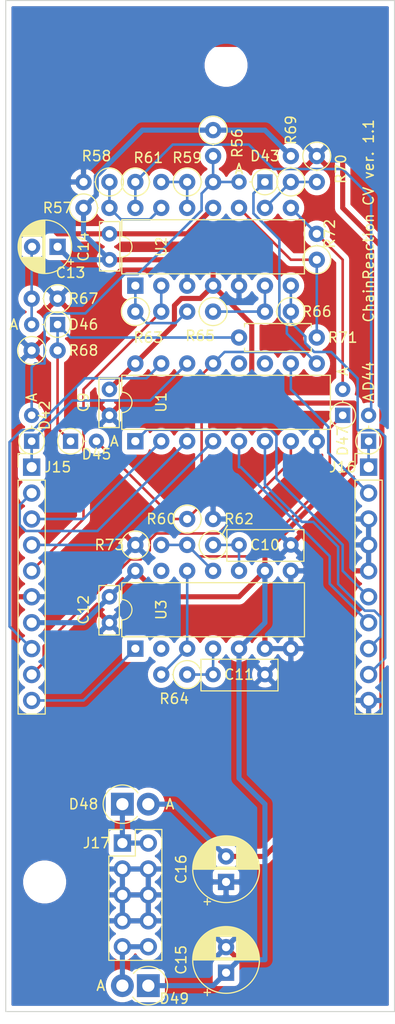
<source format=kicad_pcb>
(kicad_pcb (version 20171130) (host pcbnew "(5.1.8-0-10_14)")
  (layers (0 F.Cu signal) (31 B.Cu signal) (34 B.Paste user) (35 F.Paste user) (36 B.SilkS user) (37 F.SilkS user) (38 B.Mask user) (39 F.Mask user) (44 Edge.Cuts user))
  (net 0 "")
  (net 1 GND)
  (net 2 +12V)
  (net 3 "Net-(C10-Pad2)")
  (net 4 "Net-(C11-Pad2)")
  (net 5 -12V)
  (net 6 /CV_Logic/clock)
  (net 7 "Net-(D42-Pad2)")
  (net 8 /CV_Logic/EoC_in)
  (net 9 /CV_Logic/clock_out)
  (net 10 "Net-(D44-Pad2)")
  (net 11 "Net-(D45-Pad1)")
  (net 12 /CV_Logic/Q0)
  (net 13 /CV_Logic/Q1)
  (net 14 /CV_Logic/Q2)
  (net 15 /CV_Logic/cv)
  (net 16 /CV_Logic/reset)
  (net 17 /CV_Logic/Q3)
  (net 18 /CV_Logic/EoC)
  (net 19 /CV_Logic/cv_out)
  (net 20 /CV_Logic/Q7)
  (net 21 /CV_Logic/Q6)
  (net 22 /CV_Logic/Q5)
  (net 23 /CV_Logic/Q4)
  (net 24 "Net-(R57-Pad2)")
  (net 25 "Net-(R59-Pad1)")
  (net 26 "Net-(R65-Pad1)")
  (net 27 "Net-(U1-Pad11)")
  (net 28 "Net-(U1-Pad12)")
  (net 29 "Net-(U3-Pad2)")
  (net 30 "Net-(U3-Pad13)")
  (net 31 "Net-(C13-Pad2)")
  (net 32 /CV_Logic/Q8)
  (net 33 "Net-(D47-Pad2)")
  (net 34 "Net-(D48-Pad1)")
  (net 35 "Net-(D49-Pad2)")
  (net 36 "Net-(R63-Pad1)")
  (net 37 "Net-(R64-Pad2)")
  (net 38 "Net-(R69-Pad1)")
  (net 39 "Net-(R71-Pad2)")
  (module MountingHole:MountingHole_3.2mm_M3 (layer F.Cu) (at 80.01 137.16)
    (fp_text reference REF** hide)
    (fp_text value MountingHole_3.2mm_M3 hide)
    (pad 1 np_thru_hole circle (at 0 0) (size 3.2 3.2) (drill 3.2) (layers *.Cu *.Mask))
  )
  (module MountingHole:MountingHole_3.2mm_M3 (layer F.Cu) (at 97.79 57.15)
    (fp_text reference REF** hide)
    (fp_text value MountingHole_3.2mm_M3 hide)
    (pad 1 np_thru_hole circle (at 0 0) (size 3.2 3.2) (drill 3.2) (layers *.Cu *.Mask))
  )
  (module Attenuverter:C_Axial_L4.8mm_D2.0mm_P2.54mm_Horizontal (layer F.Cu) (at 86.36 91.44 90)
    (fp_text reference C9 (at 1.27 -2.54 90) (layer F.SilkS))
    (fp_text value 0.1u)
    (pad 1 thru_hole circle (at 0 0 90) (size 1.524 1.524) (drill 0.762) (layers *.Cu *.Mask) (net 1 GND))
    (pad 2 thru_hole circle (at 2.54 0 90) (size 1.524 1.524) (drill 0.762) (layers *.Cu *.Mask) (net 2 +12V))
  )
  (module Attenuverter:C_Axial_L4.8mm_D3.1mm_P5.08mm_Horizontal (layer F.Cu) (at 104.14 104.14 180)
    (fp_text reference C10 (at 2.54 0) (layer F.SilkS))
    (fp_text value 0.1u)
    (pad 1 thru_hole circle (at 0 0 180) (size 1.524 1.524) (drill 0.762) (layers *.Cu *.Mask) (net 1 GND))
    (pad 2 thru_hole circle (at 5.08 0 180) (size 1.524 1.524) (drill 0.762) (layers *.Cu *.Mask) (net 3 "Net-(C10-Pad2)"))
  )
  (module Attenuverter:C_Axial_L4.8mm_D3.1mm_P5.08mm_Horizontal (layer F.Cu) (at 101.6 116.84 180)
    (fp_text reference C11 (at 2.54 0) (layer F.SilkS))
    (fp_text value 0.1u)
    (pad 2 thru_hole circle (at 5.08 0 180) (size 1.524 1.524) (drill 0.762) (layers *.Cu *.Mask) (net 4 "Net-(C11-Pad2)"))
    (pad 1 thru_hole circle (at 0 0 180) (size 1.524 1.524) (drill 0.762) (layers *.Cu *.Mask) (net 1 GND))
  )
  (module Attenuverter:C_Axial_L4.8mm_D2.0mm_P2.54mm_Horizontal (layer F.Cu) (at 86.36 111.76 90)
    (fp_text reference C12 (at 1.27 -2.54 90) (layer F.SilkS))
    (fp_text value 0.1u)
    (pad 1 thru_hole circle (at 0 0 90) (size 1.524 1.524) (drill 0.762) (layers *.Cu *.Mask) (net 1 GND))
    (pad 2 thru_hole circle (at 2.54 0 90) (size 1.524 1.524) (drill 0.762) (layers *.Cu *.Mask) (net 2 +12V))
  )
  (module Attenuverter:C_Axial_L4.8mm_D2.0mm_P2.54mm_Horizontal (layer F.Cu) (at 86.36 73.66 270)
    (fp_text reference C14 (at 1.27 2.54 90) (layer F.SilkS))
    (fp_text value 0.1u)
    (pad 2 thru_hole circle (at 2.54 0 270) (size 1.524 1.524) (drill 0.762) (layers *.Cu *.Mask) (net 2 +12V))
    (pad 1 thru_hole circle (at 0 0 270) (size 1.524 1.524) (drill 0.762) (layers *.Cu *.Mask) (net 5 -12V))
  )
  (module Capacitor_THT:CP_Radial_D6.3mm_P2.50mm (layer F.Cu) (at 97.79 146.05 90)
    (fp_text reference C15 (at 1.25 -4.4 90) (layer F.SilkS))
    (fp_text value CP)
    (pad 1 thru_hole rect (at 0 0 90) (size 1.6 1.6) (drill 0.8) (layers *.Cu *.Mask) (net 2 +12V))
    (pad 2 thru_hole circle (at 2.5 0 90) (size 1.6 1.6) (drill 0.8) (layers *.Cu *.Mask) (net 1 GND))
  )
  (module Capacitor_THT:CP_Radial_D6.3mm_P2.50mm (layer F.Cu) (at 97.79 137.16 90)
    (fp_text reference C16 (at 1.25 -4.4 90) (layer F.SilkS))
    (fp_text value CP)
    (pad 2 thru_hole circle (at 2.5 0 90) (size 1.6 1.6) (drill 0.8) (layers *.Cu *.Mask) (net 5 -12V))
    (pad 1 thru_hole rect (at 0 0 90) (size 1.6 1.6) (drill 0.8) (layers *.Cu *.Mask) (net 1 GND))
  )
  (module Diode_THT:D_DO-34_SOD68_P2.54mm_Vertical_AnodeUp (layer F.Cu) (at 78.74 93.98 90)
    (fp_text reference D42 (at 2.54 1.27 90) (layer F.SilkS))
    (fp_text value D)
    (fp_text user A (at 4.29 0 90) (layer F.SilkS))
    (pad 1 thru_hole rect (at 0 0 90) (size 1.5 1.5) (drill 0.75) (layers *.Cu *.Mask) (net 6 /CV_Logic/clock))
    (pad 2 thru_hole oval (at 2.54 0 90) (size 1.5 1.5) (drill 0.75) (layers *.Cu *.Mask) (net 7 "Net-(D42-Pad2)"))
  )
  (module Diode_THT:D_DO-34_SOD68_P2.54mm_Vertical_AnodeUp (layer F.Cu) (at 101.6 68.58 180)
    (fp_text reference D43 (at 0 2.54) (layer F.SilkS))
    (fp_text value D)
    (fp_text user A (at 2.54 1.27) (layer F.SilkS))
    (pad 2 thru_hole oval (at 2.54 0 180) (size 1.5 1.5) (drill 0.75) (layers *.Cu *.Mask) (net 7 "Net-(D42-Pad2)"))
    (pad 1 thru_hole rect (at 0 0 180) (size 1.5 1.5) (drill 0.75) (layers *.Cu *.Mask) (net 32 /CV_Logic/Q8))
  )
  (module Diode_THT:D_DO-34_SOD68_P2.54mm_Vertical_AnodeUp (layer F.Cu) (at 111.76 93.98 90)
    (fp_text reference D44 (at 6.35 0 90) (layer F.SilkS))
    (fp_text value D)
    (fp_text user A (at 4.29 0 90) (layer F.SilkS))
    (pad 1 thru_hole rect (at 0 0 90) (size 1.5 1.5) (drill 0.75) (layers *.Cu *.Mask) (net 9 /CV_Logic/clock_out))
    (pad 2 thru_hole oval (at 2.54 0 90) (size 1.5 1.5) (drill 0.75) (layers *.Cu *.Mask) (net 10 "Net-(D44-Pad2)"))
  )
  (module Diode_THT:D_DO-15_P2.54mm_Vertical_AnodeUp (layer F.Cu) (at 87.63 129.54)
    (fp_text reference D48 (at -3.81 0) (layer F.SilkS))
    (fp_text value D_Schottky)
    (fp_text user A (at 4.66 0) (layer F.SilkS))
    (pad 1 thru_hole rect (at 0 0) (size 2.24 2.24) (drill 1.2) (layers *.Cu *.Mask) (net 34 "Net-(D48-Pad1)"))
    (pad 2 thru_hole oval (at 2.54 0) (size 2.24 2.24) (drill 1.2) (layers *.Cu *.Mask) (net 5 -12V))
  )
  (module Diode_THT:D_DO-15_P2.54mm_Vertical_AnodeUp (layer F.Cu) (at 90.17 147.32 180)
    (fp_text reference D49 (at -2.54 -1.27) (layer F.SilkS))
    (fp_text value D_Schottky)
    (fp_text user A (at 4.66 0) (layer F.SilkS))
    (pad 2 thru_hole oval (at 2.54 0 180) (size 2.24 2.24) (drill 1.2) (layers *.Cu *.Mask) (net 35 "Net-(D49-Pad2)"))
    (pad 1 thru_hole rect (at 0 0 180) (size 2.24 2.24) (drill 1.2) (layers *.Cu *.Mask) (net 2 +12V))
  )
  (module Connector_PinHeader_2.54mm:PinHeader_1x10_P2.54mm_Vertical (layer F.Cu) (at 78.74 96.52)
    (fp_text reference J15 (at 2.54 0) (layer F.SilkS))
    (fp_text value conn_L)
    (pad 1 thru_hole rect (at 0 0) (size 1.7 1.7) (drill 1) (layers *.Cu *.Mask) (net 6 /CV_Logic/clock))
    (pad 2 thru_hole oval (at 0 2.54) (size 1.7 1.7) (drill 1) (layers *.Cu *.Mask) (net 12 /CV_Logic/Q0))
    (pad 3 thru_hole oval (at 0 5.08) (size 1.7 1.7) (drill 1) (layers *.Cu *.Mask) (net 13 /CV_Logic/Q1))
    (pad 4 thru_hole oval (at 0 7.62) (size 1.7 1.7) (drill 1) (layers *.Cu *.Mask) (net 14 /CV_Logic/Q2))
    (pad 5 thru_hole oval (at 0 10.16) (size 1.7 1.7) (drill 1) (layers *.Cu *.Mask) (net 15 /CV_Logic/cv))
    (pad 6 thru_hole oval (at 0 12.7) (size 1.7 1.7) (drill 1) (layers *.Cu *.Mask) (net 1 GND))
    (pad 7 thru_hole oval (at 0 15.24) (size 1.7 1.7) (drill 1) (layers *.Cu *.Mask) (net 2 +12V))
    (pad 8 thru_hole oval (at 0 17.78) (size 1.7 1.7) (drill 1) (layers *.Cu *.Mask) (net 16 /CV_Logic/reset))
    (pad 9 thru_hole oval (at 0 20.32) (size 1.7 1.7) (drill 1) (layers *.Cu *.Mask) (net 17 /CV_Logic/Q3))
    (pad 10 thru_hole oval (at 0 22.86) (size 1.7 1.7) (drill 1) (layers *.Cu *.Mask) (net 18 /CV_Logic/EoC))
  )
  (module Connector_PinHeader_2.54mm:PinHeader_1x10_P2.54mm_Vertical (layer F.Cu) (at 111.76 96.52)
    (fp_text reference J16 (at -2.54 0) (layer F.SilkS))
    (fp_text value conn_R)
    (pad 10 thru_hole oval (at 0 22.86) (size 1.7 1.7) (drill 1) (layers *.Cu *.Mask) (net 1 GND))
    (pad 9 thru_hole oval (at 0 20.32) (size 1.7 1.7) (drill 1) (layers *.Cu *.Mask) (net 19 /CV_Logic/cv_out))
    (pad 8 thru_hole oval (at 0 17.78) (size 1.7 1.7) (drill 1) (layers *.Cu *.Mask) (net 20 /CV_Logic/Q7))
    (pad 7 thru_hole oval (at 0 15.24) (size 1.7 1.7) (drill 1) (layers *.Cu *.Mask) (net 21 /CV_Logic/Q6))
    (pad 6 thru_hole oval (at 0 12.7) (size 1.7 1.7) (drill 1) (layers *.Cu *.Mask) (net 22 /CV_Logic/Q5))
    (pad 5 thru_hole oval (at 0 10.16) (size 1.7 1.7) (drill 1) (layers *.Cu *.Mask) (net 1 GND))
    (pad 4 thru_hole oval (at 0 7.62) (size 1.7 1.7) (drill 1) (layers *.Cu *.Mask) (net 1 GND))
    (pad 3 thru_hole oval (at 0 5.08) (size 1.7 1.7) (drill 1) (layers *.Cu *.Mask) (net 1 GND))
    (pad 2 thru_hole oval (at 0 2.54) (size 1.7 1.7) (drill 1) (layers *.Cu *.Mask) (net 23 /CV_Logic/Q4))
    (pad 1 thru_hole rect (at 0 0) (size 1.7 1.7) (drill 1) (layers *.Cu *.Mask) (net 9 /CV_Logic/clock_out))
  )
  (module Connector_PinHeader_2.54mm:PinHeader_2x05_P2.54mm_Vertical (layer F.Cu) (at 87.63 133.35)
    (fp_text reference J17 (at -2.54 0) (layer F.SilkS))
    (fp_text value power_bus)
    (pad 1 thru_hole rect (at 0 0) (size 1.7 1.7) (drill 1) (layers *.Cu *.Mask) (net 34 "Net-(D48-Pad1)"))
    (pad 2 thru_hole oval (at 2.54 0) (size 1.7 1.7) (drill 1) (layers *.Cu *.Mask) (net 34 "Net-(D48-Pad1)"))
    (pad 3 thru_hole oval (at 0 2.54) (size 1.7 1.7) (drill 1) (layers *.Cu *.Mask) (net 1 GND))
    (pad 4 thru_hole oval (at 2.54 2.54) (size 1.7 1.7) (drill 1) (layers *.Cu *.Mask) (net 1 GND))
    (pad 5 thru_hole oval (at 0 5.08) (size 1.7 1.7) (drill 1) (layers *.Cu *.Mask) (net 1 GND))
    (pad 6 thru_hole oval (at 2.54 5.08) (size 1.7 1.7) (drill 1) (layers *.Cu *.Mask) (net 1 GND))
    (pad 7 thru_hole oval (at 0 7.62) (size 1.7 1.7) (drill 1) (layers *.Cu *.Mask) (net 1 GND))
    (pad 8 thru_hole oval (at 2.54 7.62) (size 1.7 1.7) (drill 1) (layers *.Cu *.Mask) (net 1 GND))
    (pad 9 thru_hole oval (at 0 10.16) (size 1.7 1.7) (drill 1) (layers *.Cu *.Mask) (net 35 "Net-(D49-Pad2)"))
    (pad 10 thru_hole oval (at 2.54 10.16) (size 1.7 1.7) (drill 1) (layers *.Cu *.Mask) (net 35 "Net-(D49-Pad2)"))
  )
  (module Resistor_THT:R_Axial_DIN0207_L6.3mm_D2.5mm_P2.54mm_Vertical (layer F.Cu) (at 96.52 63.5 270)
    (fp_text reference R56 (at 1.27 -2.37 90) (layer F.SilkS))
    (fp_text value 100k)
    (pad 1 thru_hole circle (at 0 0 270) (size 1.6 1.6) (drill 0.8) (layers *.Cu *.Mask) (net 2 +12V))
    (pad 2 thru_hole oval (at 2.54 0 270) (size 1.6 1.6) (drill 0.8) (layers *.Cu *.Mask) (net 7 "Net-(D42-Pad2)"))
  )
  (module Resistor_THT:R_Axial_DIN0207_L6.3mm_D2.5mm_P2.54mm_Vertical (layer F.Cu) (at 83.82 71.12)
    (fp_text reference R57 (at -2.54 0) (layer F.SilkS))
    (fp_text value 100k)
    (pad 2 thru_hole oval (at 2.54 0) (size 1.6 1.6) (drill 0.8) (layers *.Cu *.Mask) (net 24 "Net-(R57-Pad2)"))
    (pad 1 thru_hole circle (at 0 0) (size 1.6 1.6) (drill 0.8) (layers *.Cu *.Mask) (net 2 +12V))
  )
  (module Resistor_THT:R_Axial_DIN0207_L6.3mm_D2.5mm_P2.54mm_Vertical (layer F.Cu) (at 86.36 68.58 180)
    (fp_text reference R58 (at 1.27 2.54) (layer F.SilkS))
    (fp_text value 100k)
    (pad 1 thru_hole circle (at 0 0 180) (size 1.6 1.6) (drill 0.8) (layers *.Cu *.Mask) (net 24 "Net-(R57-Pad2)"))
    (pad 2 thru_hole oval (at 2.54 0 180) (size 1.6 1.6) (drill 0.8) (layers *.Cu *.Mask) (net 1 GND))
  )
  (module Resistor_THT:R_Axial_DIN0207_L6.3mm_D2.5mm_P2.54mm_Vertical (layer F.Cu) (at 93.98 68.58)
    (fp_text reference R59 (at 0 -2.37) (layer F.SilkS))
    (fp_text value 10k)
    (pad 2 thru_hole oval (at 2.54 0) (size 1.6 1.6) (drill 0.8) (layers *.Cu *.Mask) (net 7 "Net-(D42-Pad2)"))
    (pad 1 thru_hole circle (at 0 0) (size 1.6 1.6) (drill 0.8) (layers *.Cu *.Mask) (net 25 "Net-(R59-Pad1)"))
  )
  (module Resistor_THT:R_Axial_DIN0207_L6.3mm_D2.5mm_P2.54mm_Vertical (layer F.Cu) (at 93.98 101.6)
    (fp_text reference R60 (at -2.54 0) (layer F.SilkS))
    (fp_text value 100k)
    (pad 2 thru_hole oval (at 2.54 0) (size 1.6 1.6) (drill 0.8) (layers *.Cu *.Mask) (net 1 GND))
    (pad 1 thru_hole circle (at 0 0) (size 1.6 1.6) (drill 0.8) (layers *.Cu *.Mask) (net 32 /CV_Logic/Q8))
  )
  (module Resistor_THT:R_Axial_DIN0207_L6.3mm_D2.5mm_P2.54mm_Vertical (layer F.Cu) (at 88.9 68.58)
    (fp_text reference R61 (at 1.27 -2.37) (layer F.SilkS))
    (fp_text value 1M)
    (pad 1 thru_hole circle (at 0 0) (size 1.6 1.6) (drill 0.8) (layers *.Cu *.Mask) (net 10 "Net-(D44-Pad2)"))
    (pad 2 thru_hole oval (at 2.54 0) (size 1.6 1.6) (drill 0.8) (layers *.Cu *.Mask) (net 25 "Net-(R59-Pad1)"))
  )
  (module Resistor_THT:R_Axial_DIN0207_L6.3mm_D2.5mm_P2.54mm_Vertical (layer F.Cu) (at 96.52 104.14 180)
    (fp_text reference R62 (at -2.54 2.54) (layer F.SilkS))
    (fp_text value 100k)
    (pad 1 thru_hole circle (at 0 0 180) (size 1.6 1.6) (drill 0.8) (layers *.Cu *.Mask) (net 3 "Net-(C10-Pad2)"))
    (pad 2 thru_hole oval (at 2.54 0 180) (size 1.6 1.6) (drill 0.8) (layers *.Cu *.Mask) (net 8 /CV_Logic/EoC_in))
  )
  (module Resistor_THT:R_Axial_DIN0207_L6.3mm_D2.5mm_P2.54mm_Vertical (layer F.Cu) (at 93.98 116.84 180)
    (fp_text reference R64 (at 1.27 -2.37) (layer F.SilkS))
    (fp_text value 10k)
    (pad 2 thru_hole oval (at 2.54 0 180) (size 1.6 1.6) (drill 0.8) (layers *.Cu *.Mask) (net 37 "Net-(R64-Pad2)"))
    (pad 1 thru_hole circle (at 0 0 180) (size 1.6 1.6) (drill 0.8) (layers *.Cu *.Mask) (net 4 "Net-(C11-Pad2)"))
  )
  (module Resistor_THT:R_Axial_DIN0207_L6.3mm_D2.5mm_P2.54mm_Vertical (layer F.Cu) (at 88.9 81.28)
    (fp_text reference R63 (at 1.27 2.54) (layer F.SilkS))
    (fp_text value 100k)
    (pad 1 thru_hole circle (at 0 0) (size 1.6 1.6) (drill 0.8) (layers *.Cu *.Mask) (net 36 "Net-(R63-Pad1)"))
    (pad 2 thru_hole oval (at 2.54 0) (size 1.6 1.6) (drill 0.8) (layers *.Cu *.Mask) (net 15 /CV_Logic/cv))
  )
  (module Resistor_THT:R_Axial_DIN0207_L6.3mm_D2.5mm_P2.54mm_Vertical (layer F.Cu) (at 96.52 81.28 180)
    (fp_text reference R65 (at 1.27 -2.37) (layer F.SilkS))
    (fp_text value 100k)
    (pad 2 thru_hole oval (at 2.54 0 180) (size 1.6 1.6) (drill 0.8) (layers *.Cu *.Mask) (net 36 "Net-(R63-Pad1)"))
    (pad 1 thru_hole circle (at 0 0 180) (size 1.6 1.6) (drill 0.8) (layers *.Cu *.Mask) (net 26 "Net-(R65-Pad1)"))
  )
  (module Resistor_THT:R_Axial_DIN0207_L6.3mm_D2.5mm_P2.54mm_Vertical (layer F.Cu) (at 104.14 81.28 180)
    (fp_text reference R66 (at -2.54 0) (layer F.SilkS))
    (fp_text value 100k)
    (pad 1 thru_hole circle (at 0 0 180) (size 1.6 1.6) (drill 0.8) (layers *.Cu *.Mask) (net 19 /CV_Logic/cv_out))
    (pad 2 thru_hole oval (at 2.54 0 180) (size 1.6 1.6) (drill 0.8) (layers *.Cu *.Mask) (net 26 "Net-(R65-Pad1)"))
  )
  (module Package_DIP:DIP-16_W7.62mm (layer F.Cu) (at 88.9 93.98 90)
    (fp_text reference U1 (at 3.81 2.54 90) (layer F.SilkS))
    (fp_text value 4017)
    (pad 1 thru_hole rect (at 0 0 90) (size 1.6 1.6) (drill 0.8) (layers *.Cu *.Mask) (net 22 /CV_Logic/Q5))
    (pad 9 thru_hole oval (at 7.62 17.78 90) (size 1.6 1.6) (drill 0.8) (layers *.Cu *.Mask) (net 32 /CV_Logic/Q8))
    (pad 2 thru_hole oval (at 0 2.54 90) (size 1.6 1.6) (drill 0.8) (layers *.Cu *.Mask) (net 13 /CV_Logic/Q1))
    (pad 10 thru_hole oval (at 7.62 15.24 90) (size 1.6 1.6) (drill 0.8) (layers *.Cu *.Mask) (net 23 /CV_Logic/Q4))
    (pad 3 thru_hole oval (at 0 5.08 90) (size 1.6 1.6) (drill 0.8) (layers *.Cu *.Mask) (net 12 /CV_Logic/Q0))
    (pad 11 thru_hole oval (at 7.62 12.7 90) (size 1.6 1.6) (drill 0.8) (layers *.Cu *.Mask) (net 27 "Net-(U1-Pad11)"))
    (pad 4 thru_hole oval (at 0 7.62 90) (size 1.6 1.6) (drill 0.8) (layers *.Cu *.Mask) (net 14 /CV_Logic/Q2))
    (pad 12 thru_hole oval (at 7.62 10.16 90) (size 1.6 1.6) (drill 0.8) (layers *.Cu *.Mask) (net 28 "Net-(U1-Pad12)"))
    (pad 5 thru_hole oval (at 0 10.16 90) (size 1.6 1.6) (drill 0.8) (layers *.Cu *.Mask) (net 21 /CV_Logic/Q6))
    (pad 13 thru_hole oval (at 7.62 7.62 90) (size 1.6 1.6) (drill 0.8) (layers *.Cu *.Mask) (net 32 /CV_Logic/Q8))
    (pad 6 thru_hole oval (at 0 12.7 90) (size 1.6 1.6) (drill 0.8) (layers *.Cu *.Mask) (net 20 /CV_Logic/Q7))
    (pad 14 thru_hole oval (at 7.62 5.08 90) (size 1.6 1.6) (drill 0.8) (layers *.Cu *.Mask) (net 6 /CV_Logic/clock))
    (pad 7 thru_hole oval (at 0 15.24 90) (size 1.6 1.6) (drill 0.8) (layers *.Cu *.Mask) (net 17 /CV_Logic/Q3))
    (pad 15 thru_hole oval (at 7.62 2.54 90) (size 1.6 1.6) (drill 0.8) (layers *.Cu *.Mask) (net 16 /CV_Logic/reset))
    (pad 8 thru_hole oval (at 0 17.78 90) (size 1.6 1.6) (drill 0.8) (layers *.Cu *.Mask) (net 1 GND))
    (pad 16 thru_hole oval (at 7.62 0 90) (size 1.6 1.6) (drill 0.8) (layers *.Cu *.Mask) (net 2 +12V))
  )
  (module Package_DIP:DIP-14_W7.62mm (layer F.Cu) (at 88.9 78.74 90)
    (fp_text reference U2 (at 3.81 2.54 90) (layer F.SilkS))
    (fp_text value TL074)
    (pad 14 thru_hole oval (at 7.62 0 90) (size 1.6 1.6) (drill 0.8) (layers *.Cu *.Mask) (net 10 "Net-(D44-Pad2)"))
    (pad 7 thru_hole oval (at 0 15.24 90) (size 1.6 1.6) (drill 0.8) (layers *.Cu *.Mask) (net 19 /CV_Logic/cv_out))
    (pad 13 thru_hole oval (at 7.62 2.54 90) (size 1.6 1.6) (drill 0.8) (layers *.Cu *.Mask) (net 24 "Net-(R57-Pad2)"))
    (pad 6 thru_hole oval (at 0 12.7 90) (size 1.6 1.6) (drill 0.8) (layers *.Cu *.Mask) (net 26 "Net-(R65-Pad1)"))
    (pad 12 thru_hole oval (at 7.62 5.08 90) (size 1.6 1.6) (drill 0.8) (layers *.Cu *.Mask) (net 25 "Net-(R59-Pad1)"))
    (pad 5 thru_hole oval (at 0 10.16 90) (size 1.6 1.6) (drill 0.8) (layers *.Cu *.Mask) (net 1 GND))
    (pad 11 thru_hole oval (at 7.62 7.62 90) (size 1.6 1.6) (drill 0.8) (layers *.Cu *.Mask) (net 5 -12V))
    (pad 4 thru_hole oval (at 0 7.62 90) (size 1.6 1.6) (drill 0.8) (layers *.Cu *.Mask) (net 2 +12V))
    (pad 10 thru_hole oval (at 7.62 10.16 90) (size 1.6 1.6) (drill 0.8) (layers *.Cu *.Mask) (net 39 "Net-(R71-Pad2)"))
    (pad 3 thru_hole oval (at 0 5.08 90) (size 1.6 1.6) (drill 0.8) (layers *.Cu *.Mask) (net 1 GND))
    (pad 9 thru_hole oval (at 7.62 12.7 90) (size 1.6 1.6) (drill 0.8) (layers *.Cu *.Mask) (net 38 "Net-(R69-Pad1)"))
    (pad 2 thru_hole oval (at 0 2.54 90) (size 1.6 1.6) (drill 0.8) (layers *.Cu *.Mask) (net 15 /CV_Logic/cv))
    (pad 8 thru_hole oval (at 7.62 15.24 90) (size 1.6 1.6) (drill 0.8) (layers *.Cu *.Mask) (net 33 "Net-(D47-Pad2)"))
    (pad 1 thru_hole rect (at 0 0 90) (size 1.6 1.6) (drill 0.8) (layers *.Cu *.Mask) (net 36 "Net-(R63-Pad1)"))
  )
  (module Package_DIP:DIP-14_W7.62mm (layer F.Cu) (at 88.9 114.3 90)
    (fp_text reference U3 (at 3.81 2.54 90) (layer F.SilkS))
    (fp_text value 4013)
    (pad 1 thru_hole rect (at 0 0 90) (size 1.6 1.6) (drill 0.8) (layers *.Cu *.Mask) (net 18 /CV_Logic/EoC))
    (pad 8 thru_hole oval (at 7.62 15.24 90) (size 1.6 1.6) (drill 0.8) (layers *.Cu *.Mask) (net 1 GND))
    (pad 2 thru_hole oval (at 0 2.54 90) (size 1.6 1.6) (drill 0.8) (layers *.Cu *.Mask) (net 29 "Net-(U3-Pad2)"))
    (pad 9 thru_hole oval (at 7.62 12.7 90) (size 1.6 1.6) (drill 0.8) (layers *.Cu *.Mask) (net 2 +12V))
    (pad 3 thru_hole oval (at 0 5.08 90) (size 1.6 1.6) (drill 0.8) (layers *.Cu *.Mask) (net 37 "Net-(R64-Pad2)"))
    (pad 10 thru_hole oval (at 7.62 10.16 90) (size 1.6 1.6) (drill 0.8) (layers *.Cu *.Mask) (net 3 "Net-(C10-Pad2)"))
    (pad 4 thru_hole oval (at 0 7.62 90) (size 1.6 1.6) (drill 0.8) (layers *.Cu *.Mask) (net 4 "Net-(C11-Pad2)"))
    (pad 11 thru_hole oval (at 7.62 7.62 90) (size 1.6 1.6) (drill 0.8) (layers *.Cu *.Mask) (net 8 /CV_Logic/EoC_in))
    (pad 5 thru_hole oval (at 0 10.16 90) (size 1.6 1.6) (drill 0.8) (layers *.Cu *.Mask) (net 2 +12V))
    (pad 12 thru_hole oval (at 7.62 5.08 90) (size 1.6 1.6) (drill 0.8) (layers *.Cu *.Mask) (net 37 "Net-(R64-Pad2)"))
    (pad 6 thru_hole oval (at 0 12.7 90) (size 1.6 1.6) (drill 0.8) (layers *.Cu *.Mask) (net 1 GND))
    (pad 13 thru_hole oval (at 7.62 2.54 90) (size 1.6 1.6) (drill 0.8) (layers *.Cu *.Mask) (net 30 "Net-(U3-Pad13)"))
    (pad 7 thru_hole oval (at 0 15.24 90) (size 1.6 1.6) (drill 0.8) (layers *.Cu *.Mask) (net 1 GND))
    (pad 14 thru_hole oval (at 7.62 0 90) (size 1.6 1.6) (drill 0.8) (layers *.Cu *.Mask) (net 2 +12V))
  )
  (module Resistor_THT:R_Axial_DIN0207_L6.3mm_D2.5mm_P2.54mm_Vertical (layer F.Cu) (at 88.9 104.14)
    (fp_text reference R73 (at -2.54 0) (layer F.SilkS))
    (fp_text value 100k)
    (pad 2 thru_hole oval (at 2.54 0) (size 1.6 1.6) (drill 0.8) (layers *.Cu *.Mask) (net 8 /CV_Logic/EoC_in))
    (pad 1 thru_hole circle (at 0 0) (size 1.6 1.6) (drill 0.8) (layers *.Cu *.Mask) (net 1 GND))
  )
  (module Resistor_THT:R_Axial_DIN0207_L6.3mm_D2.5mm_P2.54mm_Vertical (layer F.Cu) (at 78.74 85.09)
    (fp_text reference R68 (at 5.08 0) (layer F.SilkS))
    (fp_text value 100k)
    (pad 1 thru_hole circle (at 0 0) (size 1.6 1.6) (drill 0.8) (layers *.Cu *.Mask) (net 1 GND))
    (pad 2 thru_hole oval (at 2.54 0) (size 1.6 1.6) (drill 0.8) (layers *.Cu *.Mask) (net 11 "Net-(D45-Pad1)"))
  )
  (module Capacitor_THT:CP_Radial_D5.0mm_P2.50mm (layer F.Cu) (at 81.28 74.93 180)
    (fp_text reference C13 (at -1.27 -2.54) (layer F.SilkS))
    (fp_text value 1u)
    (pad 1 thru_hole rect (at 0 0 180) (size 1.6 1.6) (drill 0.8) (layers *.Cu *.Mask) (net 2 +12V))
    (pad 2 thru_hole circle (at 2.5 0 180) (size 1.6 1.6) (drill 0.8) (layers *.Cu *.Mask) (net 31 "Net-(C13-Pad2)"))
  )
  (module Diode_THT:D_DO-34_SOD68_P2.54mm_Vertical_AnodeUp (layer F.Cu) (at 82.55 93.98)
    (fp_text reference D45 (at 2.54 1.27) (layer F.SilkS))
    (fp_text value D)
    (fp_text user A (at 4.29 0) (layer F.SilkS))
    (pad 1 thru_hole rect (at 0 0) (size 1.5 1.5) (drill 0.75) (layers *.Cu *.Mask) (net 11 "Net-(D45-Pad1)"))
    (pad 2 thru_hole oval (at 2.54 0) (size 1.5 1.5) (drill 0.75) (layers *.Cu *.Mask) (net 32 /CV_Logic/Q8))
  )
  (module Diode_THT:D_DO-34_SOD68_P2.54mm_Vertical_AnodeUp (layer F.Cu) (at 81.28 82.55 180)
    (fp_text reference D46 (at -2.54 0) (layer F.SilkS))
    (fp_text value D)
    (fp_text user A (at 4.29 0) (layer F.SilkS))
    (pad 2 thru_hole oval (at 2.54 0 180) (size 1.5 1.5) (drill 0.75) (layers *.Cu *.Mask) (net 31 "Net-(C13-Pad2)"))
    (pad 1 thru_hole rect (at 0 0 180) (size 1.5 1.5) (drill 0.75) (layers *.Cu *.Mask) (net 11 "Net-(D45-Pad1)"))
  )
  (module Diode_THT:D_DO-34_SOD68_P2.54mm_Vertical_AnodeUp (layer F.Cu) (at 109.22 91.44 90)
    (fp_text reference D47 (at -2.54 0 90) (layer F.SilkS))
    (fp_text value D)
    (fp_text user A (at 4.29 0 90) (layer F.SilkS))
    (pad 1 thru_hole rect (at 0 0 90) (size 1.5 1.5) (drill 0.75) (layers *.Cu *.Mask) (net 8 /CV_Logic/EoC_in))
    (pad 2 thru_hole oval (at 2.54 0 90) (size 1.5 1.5) (drill 0.75) (layers *.Cu *.Mask) (net 33 "Net-(D47-Pad2)"))
  )
  (module Resistor_THT:R_Axial_DIN0207_L6.3mm_D2.5mm_P2.54mm_Vertical (layer F.Cu) (at 81.28 80.01 180)
    (fp_text reference R67 (at -2.54 0) (layer F.SilkS))
    (fp_text value 100k)
    (pad 1 thru_hole circle (at 0 0 180) (size 1.6 1.6) (drill 0.8) (layers *.Cu *.Mask) (net 1 GND))
    (pad 2 thru_hole oval (at 2.54 0 180) (size 1.6 1.6) (drill 0.8) (layers *.Cu *.Mask) (net 31 "Net-(C13-Pad2)"))
  )
  (module Resistor_THT:R_Axial_DIN0207_L6.3mm_D2.5mm_P2.54mm_Vertical (layer F.Cu) (at 104.14 68.58 90)
    (fp_text reference R69 (at 5.08 0 90) (layer F.SilkS))
    (fp_text value 100k)
    (pad 2 thru_hole oval (at 2.54 0 90) (size 1.6 1.6) (drill 0.8) (layers *.Cu *.Mask) (net 2 +12V))
    (pad 1 thru_hole circle (at 0 0 90) (size 1.6 1.6) (drill 0.8) (layers *.Cu *.Mask) (net 38 "Net-(R69-Pad1)"))
  )
  (module Resistor_THT:R_Axial_DIN0207_L6.3mm_D2.5mm_P2.54mm_Vertical (layer F.Cu) (at 106.68 66.04 270)
    (fp_text reference R70 (at 1.27 -2.37 90) (layer F.SilkS))
    (fp_text value 100k)
    (pad 1 thru_hole circle (at 0 0 270) (size 1.6 1.6) (drill 0.8) (layers *.Cu *.Mask) (net 1 GND))
    (pad 2 thru_hole oval (at 2.54 0 270) (size 1.6 1.6) (drill 0.8) (layers *.Cu *.Mask) (net 38 "Net-(R69-Pad1)"))
  )
  (module Resistor_THT:R_Axial_DIN0207_L6.3mm_D2.5mm_P2.54mm_Vertical (layer F.Cu) (at 106.68 76.2 90)
    (fp_text reference R72 (at 2.54 1.27 90) (layer F.SilkS))
    (fp_text value 1M)
    (pad 1 thru_hole circle (at 0 0 90) (size 1.6 1.6) (drill 0.8) (layers *.Cu *.Mask) (net 39 "Net-(R71-Pad2)"))
    (pad 2 thru_hole oval (at 2.54 0 90) (size 1.6 1.6) (drill 0.8) (layers *.Cu *.Mask) (net 33 "Net-(D47-Pad2)"))
  )
  (module Resistor_THT:R_Axial_DIN0207_L6.3mm_D2.5mm_P7.62mm_Horizontal (layer F.Cu) (at 99.06 83.82)
    (fp_text reference R71 (at 10.16 0) (layer F.SilkS))
    (fp_text value 10k)
    (pad 1 thru_hole circle (at 0 0) (size 1.6 1.6) (drill 0.8) (layers *.Cu *.Mask) (net 11 "Net-(D45-Pad1)"))
    (pad 2 thru_hole oval (at 7.62 0) (size 1.6 1.6) (drill 0.8) (layers *.Cu *.Mask) (net 39 "Net-(R71-Pad2)"))
  )
  (gr_line (start 97.409 103.124) (end 97.917 102.235) (layer F.SilkS) (width 0.15))
  (gr_text "ChainReaction CV ver. 1.1" (at 111.76 72.39 90) (layer F.SilkS) (effects (font (size 1 1))))
  (gr_line (start 114.3 50.8) (end 76.2 50.8) (layer Edge.Cuts) (width 0.1))
  (gr_line (start 114.3 149.86) (end 114.3 50.8) (layer Edge.Cuts) (width 0.1))
  (gr_line (start 76.2 149.86) (end 114.3 149.86) (layer Edge.Cuts) (width 0.1))
  (gr_line (start 76.2 50.8) (end 76.2 149.86) (layer Edge.Cuts) (width 0.1))
  (segment (start 96.52 147.32) (end 97.79 146.05) (width 0.5) (layer B.Cu) (net 2))
  (segment (start 90.17 147.32) (end 96.52 147.32) (width 0.5) (layer B.Cu) (net 2))
  (segment (start 86.36 109.22) (end 88.9 106.68) (width 0.5) (layer B.Cu) (net 2))
  (segment (start 86.36 109.22) (end 83.82 111.76) (width 0.5) (layer B.Cu) (net 2))
  (segment (start 83.82 111.76) (end 78.74 111.76) (width 0.5) (layer B.Cu) (net 2))
  (segment (start 101.6 106.68) (end 101.6 111.76) (width 0.5) (layer B.Cu) (net 2))
  (segment (start 101.6 111.76) (end 99.06 114.3) (width 0.5) (layer B.Cu) (net 2))
  (segment (start 99.06 114.3) (end 99.06 127) (width 0.5) (layer B.Cu) (net 2))
  (segment (start 99.06 127) (end 101.6 129.54) (width 0.5) (layer B.Cu) (net 2))
  (segment (start 101.6 129.54) (end 101.6 144.78) (width 0.5) (layer B.Cu) (net 2))
  (segment (start 99.06 144.78) (end 97.79 146.05) (width 0.5) (layer B.Cu) (net 2))
  (segment (start 101.6 144.78) (end 99.06 144.78) (width 0.5) (layer B.Cu) (net 2))
  (segment (start 86.36 88.9) (end 88.9 86.36) (width 0.5) (layer F.Cu) (net 2))
  (segment (start 83.82 73.66) (end 86.36 76.2) (width 0.5) (layer B.Cu) (net 2))
  (segment (start 83.82 71.12) (end 83.82 73.66) (width 0.5) (layer B.Cu) (net 2))
  (segment (start 89.589998 63.5) (end 96.52 63.5) (width 0.5) (layer B.Cu) (net 2))
  (segment (start 85.070001 68.019997) (end 89.589998 63.5) (width 0.5) (layer B.Cu) (net 2))
  (segment (start 85.070001 69.869999) (end 85.070001 68.019997) (width 0.5) (layer B.Cu) (net 2))
  (segment (start 83.82 71.12) (end 85.070001 69.869999) (width 0.5) (layer B.Cu) (net 2))
  (segment (start 92.729999 82.530001) (end 88.9 86.36) (width 0.5) (layer F.Cu) (net 2))
  (segment (start 92.729999 80.679999) (end 92.729999 82.530001) (width 0.5) (layer F.Cu) (net 2))
  (segment (start 93.419997 79.990001) (end 92.729999 80.679999) (width 0.5) (layer F.Cu) (net 2))
  (segment (start 95.269999 79.990001) (end 93.419997 79.990001) (width 0.5) (layer F.Cu) (net 2))
  (segment (start 96.52 78.74) (end 95.269999 79.990001) (width 0.5) (layer F.Cu) (net 2))
  (segment (start 88.9 106.68) (end 91.44 109.22) (width 0.5) (layer F.Cu) (net 2))
  (segment (start 91.44 109.22) (end 99.06 109.22) (width 0.5) (layer F.Cu) (net 2))
  (segment (start 99.06 109.22) (end 101.6 106.68) (width 0.5) (layer F.Cu) (net 2))
  (segment (start 96.52 76.2) (end 96.52 78.74) (width 0.5) (layer F.Cu) (net 2))
  (segment (start 86.36 76.2) (end 96.52 76.2) (width 0.5) (layer F.Cu) (net 2))
  (segment (start 101.6 63.5) (end 104.14 66.04) (width 0.5) (layer B.Cu) (net 2))
  (segment (start 96.52 63.5) (end 101.6 63.5) (width 0.5) (layer B.Cu) (net 2))
  (segment (start 101.6 104.886238) (end 101.6 106.68) (width 0.5) (layer F.Cu) (net 2))
  (segment (start 102.250001 90.239999) (end 110.330001 90.239999) (width 0.5) (layer F.Cu) (net 2))
  (segment (start 100.310001 88.299999) (end 102.250001 90.239999) (width 0.5) (layer F.Cu) (net 2))
  (segment (start 110.330001 90.239999) (end 110.420001 90.329999) (width 0.5) (layer F.Cu) (net 2))
  (segment (start 100.310001 82.530001) (end 100.310001 88.299999) (width 0.5) (layer F.Cu) (net 2))
  (segment (start 110.420001 96.066237) (end 101.6 104.886238) (width 0.5) (layer F.Cu) (net 2))
  (segment (start 110.420001 90.329999) (end 110.420001 96.066237) (width 0.5) (layer F.Cu) (net 2))
  (segment (start 96.52 78.74) (end 100.310001 82.530001) (width 0.5) (layer F.Cu) (net 2))
  (segment (start 82.55 76.2) (end 81.28 74.93) (width 0.5) (layer B.Cu) (net 2))
  (segment (start 86.36 76.2) (end 82.55 76.2) (width 0.5) (layer B.Cu) (net 2))
  (segment (start 96.52 104.14) (end 99.06 104.14) (width 0.25) (layer B.Cu) (net 3))
  (segment (start 99.06 104.14) (end 99.06 106.68) (width 0.25) (layer B.Cu) (net 3))
  (segment (start 93.98 116.84) (end 96.52 116.84) (width 0.25) (layer B.Cu) (net 4))
  (segment (start 96.52 116.84) (end 96.52 114.3) (width 0.25) (layer B.Cu) (net 4))
  (segment (start 92.67 129.54) (end 97.79 134.66) (width 0.5) (layer B.Cu) (net 5))
  (segment (start 90.17 129.54) (end 92.67 129.54) (width 0.5) (layer B.Cu) (net 5))
  (segment (start 93.98 73.66) (end 96.52 71.12) (width 0.5) (layer F.Cu) (net 5))
  (segment (start 86.36 73.66) (end 93.98 73.66) (width 0.5) (layer F.Cu) (net 5))
  (segment (start 86.36 73.66) (end 81.28 73.66) (width 0.5) (layer F.Cu) (net 5))
  (segment (start 109.22 127) (end 101.56 134.66) (width 0.5) (layer F.Cu) (net 5))
  (segment (start 101.56 134.66) (end 97.79 134.66) (width 0.5) (layer F.Cu) (net 5))
  (segment (start 81.28 73.66) (end 78.74 71.12) (width 0.5) (layer F.Cu) (net 5))
  (segment (start 109.22 60.96) (end 109.22 71.12) (width 0.5) (layer F.Cu) (net 5))
  (segment (start 103.359999 55.099999) (end 109.22 60.96) (width 0.5) (layer F.Cu) (net 5))
  (segment (start 89.680001 55.099999) (end 103.359999 55.099999) (width 0.5) (layer F.Cu) (net 5))
  (segment (start 78.74 66.04) (end 89.680001 55.099999) (width 0.5) (layer F.Cu) (net 5))
  (segment (start 78.74 71.12) (end 78.74 66.04) (width 0.5) (layer F.Cu) (net 5))
  (segment (start 113.060001 123.159999) (end 109.22 127) (width 0.5) (layer F.Cu) (net 5))
  (segment (start 113.060001 74.960001) (end 113.060001 123.159999) (width 0.5) (layer F.Cu) (net 5))
  (segment (start 109.22 71.12) (end 113.060001 74.960001) (width 0.5) (layer F.Cu) (net 5))
  (segment (start 78.74 93.98) (end 78.74 96.52) (width 0.25) (layer B.Cu) (net 6))
  (segment (start 90.352999 89.987001) (end 82.732999 89.987001) (width 0.25) (layer B.Cu) (net 6))
  (segment (start 93.98 86.36) (end 90.352999 89.987001) (width 0.25) (layer B.Cu) (net 6))
  (segment (start 82.732999 89.987001) (end 78.74 93.98) (width 0.25) (layer B.Cu) (net 6))
  (segment (start 96.52 66.04) (end 96.52 68.58) (width 0.25) (layer B.Cu) (net 7))
  (segment (start 96.52 68.58) (end 99.06 68.58) (width 0.25) (layer B.Cu) (net 7))
  (segment (start 78.74 86.714998) (end 78.74 91.44) (width 0.25) (layer B.Cu) (net 7))
  (segment (start 89.150003 77.614999) (end 87.839999 77.614999) (width 0.25) (layer B.Cu) (net 7))
  (segment (start 95.394999 71.370003) (end 89.150003 77.614999) (width 0.25) (layer B.Cu) (net 7))
  (segment (start 95.394999 69.705001) (end 95.394999 71.370003) (width 0.25) (layer B.Cu) (net 7))
  (segment (start 96.52 68.58) (end 95.394999 69.705001) (width 0.25) (layer B.Cu) (net 7))
  (segment (start 87.839999 77.614999) (end 83.997499 81.457499) (width 0.25) (layer B.Cu) (net 7))
  (segment (start 80.287499 81.457499) (end 80.01 81.734998) (width 0.25) (layer B.Cu) (net 7))
  (segment (start 83.997499 81.457499) (end 80.287499 81.457499) (width 0.25) (layer B.Cu) (net 7))
  (segment (start 80.01 81.734998) (end 80.01 86.36) (width 0.25) (layer B.Cu) (net 7))
  (segment (start 79.094998 86.36) (end 78.74 86.714998) (width 0.25) (layer B.Cu) (net 7))
  (segment (start 80.01 86.36) (end 79.094998 86.36) (width 0.25) (layer B.Cu) (net 7))
  (segment (start 96.52 106.68) (end 93.98 104.14) (width 0.25) (layer B.Cu) (net 8))
  (segment (start 91.44 104.14) (end 93.98 104.14) (width 0.25) (layer B.Cu) (net 8))
  (segment (start 95.105001 105.265001) (end 100.408051 105.265001) (width 0.25) (layer F.Cu) (net 8))
  (segment (start 100.408051 105.265001) (end 107.95 97.723052) (width 0.25) (layer F.Cu) (net 8))
  (segment (start 93.98 104.14) (end 95.105001 105.265001) (width 0.25) (layer F.Cu) (net 8))
  (segment (start 107.95 92.71) (end 109.22 91.44) (width 0.25) (layer F.Cu) (net 8))
  (segment (start 107.95 97.723052) (end 107.95 92.71) (width 0.25) (layer F.Cu) (net 8))
  (segment (start 111.76 93.98) (end 111.76 96.52) (width 0.25) (layer B.Cu) (net 9))
  (segment (start 88.9 71.12) (end 88.9 68.58) (width 0.25) (layer B.Cu) (net 10))
  (segment (start 112.010006 91.189994) (end 111.76 91.44) (width 0.25) (layer B.Cu) (net 10))
  (segment (start 112.010006 70.100006) (end 112.010006 91.189994) (width 0.25) (layer B.Cu) (net 10))
  (segment (start 92.565001 64.914999) (end 100.020001 64.914999) (width 0.25) (layer B.Cu) (net 10))
  (segment (start 109.22 67.31) (end 112.010006 70.100006) (width 0.25) (layer B.Cu) (net 10))
  (segment (start 100.020001 64.914999) (end 102.415002 67.31) (width 0.25) (layer B.Cu) (net 10))
  (segment (start 102.415002 67.31) (end 109.22 67.31) (width 0.25) (layer B.Cu) (net 10))
  (segment (start 88.9 68.58) (end 92.565001 64.914999) (width 0.25) (layer B.Cu) (net 10))
  (segment (start 81.28 82.55) (end 81.28 85.09) (width 0.25) (layer B.Cu) (net 11))
  (segment (start 82.55 83.82) (end 99.06 83.82) (width 0.25) (layer B.Cu) (net 11))
  (segment (start 81.28 82.55) (end 82.55 83.82) (width 0.25) (layer B.Cu) (net 11))
  (segment (start 81.28 92.71) (end 82.55 93.98) (width 0.25) (layer F.Cu) (net 11))
  (segment (start 81.28 85.09) (end 81.28 92.71) (width 0.25) (layer F.Cu) (net 11))
  (segment (start 77.564999 100.235001) (end 78.74 99.06) (width 0.25) (layer B.Cu) (net 12))
  (segment (start 85.184999 102.775001) (end 78.175999 102.775001) (width 0.25) (layer B.Cu) (net 12))
  (segment (start 77.564999 102.164001) (end 77.564999 100.235001) (width 0.25) (layer B.Cu) (net 12))
  (segment (start 78.175999 102.775001) (end 77.564999 102.164001) (width 0.25) (layer B.Cu) (net 12))
  (segment (start 93.98 93.98) (end 85.184999 102.775001) (width 0.25) (layer B.Cu) (net 12))
  (segment (start 83.82 101.6) (end 78.74 101.6) (width 0.25) (layer B.Cu) (net 13))
  (segment (start 91.44 93.98) (end 83.82 101.6) (width 0.25) (layer B.Cu) (net 13))
  (segment (start 86.36 104.14) (end 78.74 104.14) (width 0.25) (layer B.Cu) (net 14))
  (segment (start 96.52 93.98) (end 86.36 104.14) (width 0.25) (layer B.Cu) (net 14))
  (segment (start 91.44 78.74) (end 91.44 81.28) (width 0.25) (layer B.Cu) (net 15))
  (segment (start 83.82 101.6) (end 78.74 106.68) (width 0.25) (layer F.Cu) (net 15))
  (segment (start 83.82 88.9) (end 83.82 101.6) (width 0.25) (layer F.Cu) (net 15))
  (segment (start 91.44 81.28) (end 83.82 88.9) (width 0.25) (layer F.Cu) (net 15))
  (segment (start 83.958003 87.812999) (end 89.987001 87.812999) (width 0.25) (layer B.Cu) (net 16))
  (segment (start 78.866003 92.904999) (end 83.958003 87.812999) (width 0.25) (layer B.Cu) (net 16))
  (segment (start 89.987001 87.812999) (end 91.44 86.36) (width 0.25) (layer B.Cu) (net 16))
  (segment (start 77.729999 92.904999) (end 78.866003 92.904999) (width 0.25) (layer B.Cu) (net 16))
  (segment (start 76.57501 94.059988) (end 77.729999 92.904999) (width 0.25) (layer B.Cu) (net 16))
  (segment (start 76.57501 112.13501) (end 76.57501 94.059988) (width 0.25) (layer B.Cu) (net 16))
  (segment (start 78.74 114.3) (end 76.57501 112.13501) (width 0.25) (layer B.Cu) (net 16))
  (segment (start 79.915001 114.056237) (end 79.915001 115.664999) (width 0.25) (layer F.Cu) (net 17))
  (segment (start 79.915001 115.664999) (end 78.74 116.84) (width 0.25) (layer F.Cu) (net 17))
  (segment (start 97.060001 103.014999) (end 90.956239 103.014999) (width 0.25) (layer F.Cu) (net 17))
  (segment (start 104.14 95.935) (end 97.060001 103.014999) (width 0.25) (layer F.Cu) (net 17))
  (segment (start 104.14 93.98) (end 104.14 95.935) (width 0.25) (layer F.Cu) (net 17))
  (segment (start 89.440001 105.554999) (end 88.416239 105.554999) (width 0.25) (layer F.Cu) (net 17))
  (segment (start 90.314999 104.680001) (end 89.440001 105.554999) (width 0.25) (layer F.Cu) (net 17))
  (segment (start 88.416239 105.554999) (end 79.915001 114.056237) (width 0.25) (layer F.Cu) (net 17))
  (segment (start 90.314999 103.656239) (end 90.314999 104.680001) (width 0.25) (layer F.Cu) (net 17))
  (segment (start 90.956239 103.014999) (end 90.314999 103.656239) (width 0.25) (layer F.Cu) (net 17))
  (segment (start 83.82 119.38) (end 88.9 114.3) (width 0.25) (layer B.Cu) (net 18))
  (segment (start 78.74 119.38) (end 83.82 119.38) (width 0.25) (layer B.Cu) (net 18))
  (segment (start 104.14 78.74) (end 104.14 81.28) (width 0.25) (layer B.Cu) (net 19))
  (segment (start 113.38501 93.520008) (end 113.38501 115.21499) (width 0.25) (layer B.Cu) (net 19))
  (segment (start 112.770001 92.904999) (end 113.38501 93.520008) (width 0.25) (layer B.Cu) (net 19))
  (segment (start 110.749999 92.904999) (end 112.770001 92.904999) (width 0.25) (layer B.Cu) (net 19))
  (segment (start 110.684999 92.839999) (end 110.749999 92.904999) (width 0.25) (layer B.Cu) (net 19))
  (segment (start 110.684999 87.824999) (end 110.684999 92.839999) (width 0.25) (layer B.Cu) (net 19))
  (segment (start 113.38501 115.21499) (end 111.76 116.84) (width 0.25) (layer B.Cu) (net 19))
  (segment (start 108.094999 85.234999) (end 110.684999 87.824999) (width 0.25) (layer B.Cu) (net 19))
  (segment (start 106.429997 85.234999) (end 108.094999 85.234999) (width 0.25) (layer B.Cu) (net 19))
  (segment (start 105.554999 83.723591) (end 105.554999 84.360001) (width 0.25) (layer B.Cu) (net 19))
  (segment (start 104.14 82.308592) (end 105.554999 83.723591) (width 0.25) (layer B.Cu) (net 19))
  (segment (start 105.554999 84.360001) (end 106.429997 85.234999) (width 0.25) (layer B.Cu) (net 19))
  (segment (start 104.14 81.28) (end 104.14 82.308592) (width 0.25) (layer B.Cu) (net 19))
  (segment (start 112.935001 113.124999) (end 111.76 114.3) (width 0.25) (layer B.Cu) (net 20))
  (segment (start 112.935001 111.195999) (end 112.935001 113.124999) (width 0.25) (layer B.Cu) (net 20))
  (segment (start 112.324001 110.584999) (end 112.935001 111.195999) (width 0.25) (layer B.Cu) (net 20))
  (segment (start 108.76999 107.968992) (end 111.385997 110.584999) (width 0.25) (layer B.Cu) (net 20))
  (segment (start 106.329593 101.886003) (end 108.76999 104.3264) (width 0.25) (layer B.Cu) (net 20))
  (segment (start 108.76999 104.3264) (end 108.76999 107.968992) (width 0.25) (layer B.Cu) (net 20))
  (segment (start 105.227001 101.886003) (end 106.329593 101.886003) (width 0.25) (layer B.Cu) (net 20))
  (segment (start 111.385997 110.584999) (end 112.324001 110.584999) (width 0.25) (layer B.Cu) (net 20))
  (segment (start 101.6 98.259002) (end 105.227001 101.886003) (width 0.25) (layer B.Cu) (net 20))
  (segment (start 101.6 93.98) (end 101.6 98.259002) (width 0.25) (layer B.Cu) (net 20))
  (segment (start 99.06 93.98) (end 99.06 96.52) (width 0.25) (layer B.Cu) (net 21))
  (segment (start 111.76 111.76) (end 107.94859 107.94859) (width 0.25) (layer B.Cu) (net 21))
  (segment (start 107.94859 105.244002) (end 99.224588 96.52) (width 0.25) (layer B.Cu) (net 21))
  (segment (start 99.224588 96.52) (end 99.06 96.52) (width 0.25) (layer B.Cu) (net 21))
  (segment (start 107.94859 107.94859) (end 107.94859 105.244002) (width 0.25) (layer B.Cu) (net 21))
  (segment (start 102.140001 92.854999) (end 102.725001 93.439999) (width 0.25) (layer B.Cu) (net 22))
  (segment (start 90.025001 92.854999) (end 102.140001 92.854999) (width 0.25) (layer B.Cu) (net 22))
  (segment (start 102.725001 93.439999) (end 102.725001 97.645001) (width 0.25) (layer B.Cu) (net 22))
  (segment (start 88.9 93.98) (end 90.025001 92.854999) (width 0.25) (layer B.Cu) (net 22))
  (segment (start 102.725001 97.645001) (end 109.22 104.14) (width 0.25) (layer B.Cu) (net 22))
  (segment (start 109.22 106.68) (end 111.76 109.22) (width 0.25) (layer B.Cu) (net 22))
  (segment (start 109.22 104.14) (end 109.22 106.68) (width 0.25) (layer B.Cu) (net 22))
  (segment (start 104.14 86.36) (end 104.14 88.9) (width 0.25) (layer B.Cu) (net 23))
  (segment (start 107.805001 92.565001) (end 104.14 88.9) (width 0.25) (layer B.Cu) (net 23))
  (segment (start 107.805001 95.105001) (end 107.805001 92.565001) (width 0.25) (layer B.Cu) (net 23))
  (segment (start 111.76 99.06) (end 107.805001 95.105001) (width 0.25) (layer B.Cu) (net 23))
  (segment (start 86.36 68.58) (end 86.36 71.12) (width 0.25) (layer B.Cu) (net 24))
  (segment (start 90.314999 72.245001) (end 91.44 71.12) (width 0.25) (layer B.Cu) (net 24))
  (segment (start 87.485001 72.245001) (end 90.314999 72.245001) (width 0.25) (layer B.Cu) (net 24))
  (segment (start 86.36 71.12) (end 87.485001 72.245001) (width 0.25) (layer B.Cu) (net 24))
  (segment (start 91.44 68.58) (end 93.98 68.58) (width 0.25) (layer B.Cu) (net 25))
  (segment (start 93.98 68.58) (end 93.98 71.12) (width 0.25) (layer B.Cu) (net 25))
  (segment (start 101.6 78.74) (end 101.6 81.28) (width 0.25) (layer B.Cu) (net 26))
  (segment (start 101.6 81.28) (end 96.52 81.28) (width 0.25) (layer B.Cu) (net 26))
  (segment (start 78.74 74.97) (end 78.78 74.93) (width 0.25) (layer B.Cu) (net 31))
  (segment (start 78.74 82.55) (end 78.74 74.97) (width 0.25) (layer B.Cu) (net 31))
  (segment (start 97.645001 85.234999) (end 96.52 86.36) (width 0.25) (layer B.Cu) (net 32))
  (segment (start 105.554999 85.234999) (end 97.645001 85.234999) (width 0.25) (layer B.Cu) (net 32))
  (segment (start 106.68 86.36) (end 105.554999 85.234999) (width 0.25) (layer B.Cu) (net 32))
  (segment (start 100.474999 71.660001) (end 100.474999 69.705001) (width 0.25) (layer B.Cu) (net 32))
  (segment (start 100.474999 69.705001) (end 101.6 68.58) (width 0.25) (layer B.Cu) (net 32))
  (segment (start 95.394999 100.185001) (end 93.98 101.6) (width 0.25) (layer F.Cu) (net 32))
  (segment (start 95.394999 87.485001) (end 95.394999 100.185001) (width 0.25) (layer F.Cu) (net 32))
  (segment (start 96.52 86.36) (end 95.394999 87.485001) (width 0.25) (layer F.Cu) (net 32))
  (segment (start 100.474999 71.660001) (end 103.014999 74.200001) (width 0.25) (layer B.Cu) (net 32))
  (segment (start 103.014999 81.820001) (end 103.744998 82.55) (width 0.25) (layer B.Cu) (net 32))
  (segment (start 103.014999 74.200001) (end 103.014999 81.820001) (width 0.25) (layer B.Cu) (net 32))
  (segment (start 103.744998 83.424998) (end 105.554999 85.234999) (width 0.25) (layer B.Cu) (net 32))
  (segment (start 103.744998 82.55) (end 103.744998 83.424998) (width 0.25) (layer B.Cu) (net 32))
  (segment (start 85.09 93.98) (end 92.71 101.6) (width 0.25) (layer F.Cu) (net 32))
  (segment (start 92.71 101.6) (end 93.98 101.6) (width 0.25) (layer F.Cu) (net 32))
  (segment (start 104.14 71.12) (end 106.68 73.66) (width 0.25) (layer B.Cu) (net 33))
  (segment (start 109.22 76.2) (end 109.22 88.9) (width 0.25) (layer F.Cu) (net 33))
  (segment (start 106.68 73.66) (end 109.22 76.2) (width 0.25) (layer F.Cu) (net 33))
  (segment (start 90.17 133.35) (end 87.63 133.35) (width 0.5) (layer B.Cu) (net 34))
  (segment (start 87.63 129.54) (end 87.63 133.35) (width 0.5) (layer B.Cu) (net 34))
  (segment (start 87.63 147.32) (end 87.63 143.51) (width 0.5) (layer B.Cu) (net 35))
  (segment (start 87.63 143.51) (end 90.17 143.51) (width 0.5) (layer B.Cu) (net 35))
  (segment (start 88.9 78.74) (end 88.9 81.28) (width 0.25) (layer B.Cu) (net 36))
  (segment (start 90.025001 82.405001) (end 92.854999 82.405001) (width 0.25) (layer B.Cu) (net 36))
  (segment (start 88.9 81.28) (end 90.025001 82.405001) (width 0.25) (layer B.Cu) (net 36))
  (segment (start 92.854999 82.405001) (end 93.98 81.28) (width 0.25) (layer B.Cu) (net 36))
  (segment (start 91.44 116.84) (end 93.98 114.3) (width 0.25) (layer B.Cu) (net 37))
  (segment (start 93.98 114.3) (end 93.98 106.68) (width 0.25) (layer B.Cu) (net 37))
  (segment (start 106.68 68.58) (end 104.14 68.58) (width 0.25) (layer B.Cu) (net 38))
  (segment (start 104.14 68.58) (end 101.6 71.12) (width 0.25) (layer B.Cu) (net 38))
  (segment (start 104.14 76.2) (end 106.68 76.2) (width 0.25) (layer F.Cu) (net 39))
  (segment (start 99.06 71.12) (end 104.14 76.2) (width 0.25) (layer F.Cu) (net 39))
  (segment (start 106.68 76.2) (end 106.68 83.82) (width 0.25) (layer B.Cu) (net 39))
  (zone (net 1) (net_name GND) (layer B.Cu) (connect_pads (clearance 0.508)) (min_thickness 0.254) (fill yes (arc_segments 32) (thermal_gap 0.508) (thermal_bridge_width 0.508))
    (polygon (pts (xy 114.3 149.86) (xy 76.2 149.86) (xy 76.2 50.8) (xy 114.3 50.8)))
  )
  (zone (net 1) (net_name GND) (layer F.Cu) (connect_pads (clearance 0.508)) (min_thickness 0.254) (fill yes (arc_segments 32) (thermal_gap 0.508) (thermal_bridge_width 0.508))
    (polygon (pts (xy 114.3 149.86) (xy 76.2 149.86) (xy 76.2 50.8) (xy 114.3 50.8)))
  )
)
</source>
